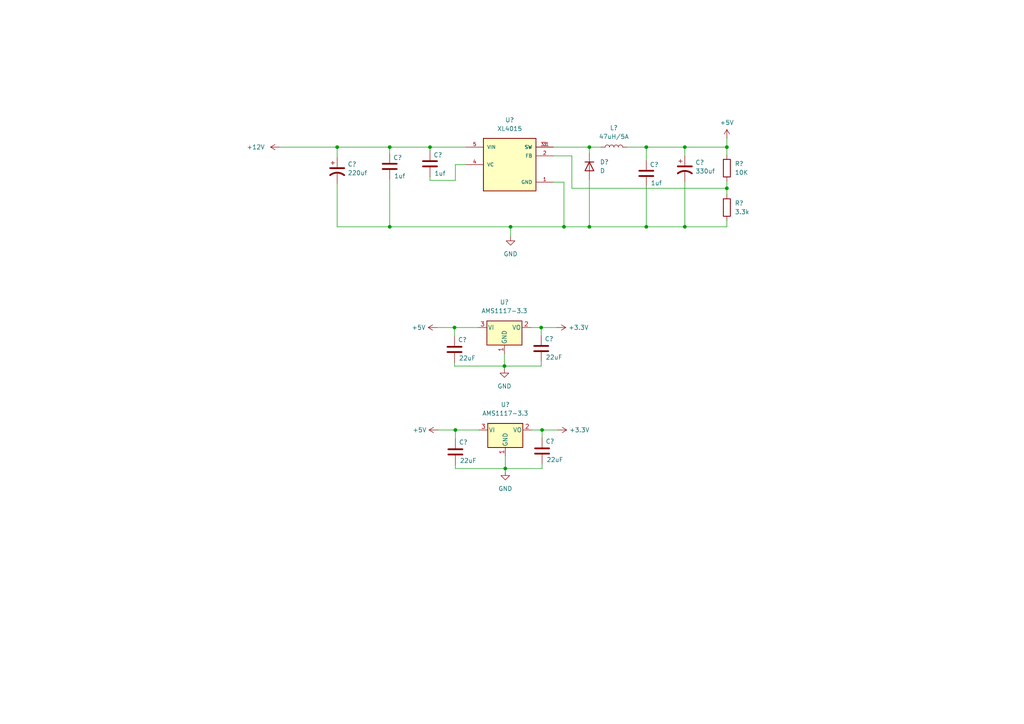
<source format=kicad_sch>
(kicad_sch (version 20231120) (generator "eeschema") (generator_version "8.0")
  (paper "A4")
  (lib_symbols
    (symbol "Device:C" (pin_numbers hide) (pin_names (offset 0.254))
      (property "Reference" "C" (at 0.635 2.54 0))
      (property "Value" "C" (at 0.635 -2.54 0))
      (symbol "C_0_1"
        (polyline (pts (xy -2.032 -0.762) (xy 2.032 -0.762)) (stroke (width 0.508)))
        (polyline (pts (xy -2.032 0.762) (xy 2.032 0.762)) (stroke (width 0.508)))
      )
      (symbol "C_1_1"
        (pin passive line (at 0 3.81 270) (length 2.794) (name "~") (number "1"))
        (pin passive line (at 0 -3.81 90) (length 2.794) (name "~") (number "2"))
      )
    )
    (symbol "Device:C_Polarized_US" (pin_numbers hide) (pin_names (offset 0.254) hide)
      (property "Reference" "C" (at 0.635 2.54 0))
      (property "Value" "C_Polarized_US" (at 0.635 -2.54 0))
      (symbol "C_Polarized_US_0_1"
        (polyline (pts (xy -2.032 0.762) (xy 2.032 0.762)) (stroke (width 0.508)))
        (polyline (pts (xy -1.778 2.286) (xy -0.762 2.286)))
        (polyline (pts (xy -1.27 1.778) (xy -1.27 2.794)))
        (arc (start 2.032 -1.27) (mid 0 -0.5572) (end -2.032 -1.27) (stroke (width 0.508)))
      )
      (symbol "C_Polarized_US_1_1"
        (pin passive line (at 0 3.81 270) (length 2.794) (name "~") (number "1"))
        (pin passive line (at 0 -3.81 90) (length 3.302) (name "~") (number "2"))
      )
    )
    (symbol "Device:D" (pin_numbers hide) (pin_names (offset 1.016) hide)
      (property "Reference" "D" (at 0 2.54 0))
      (property "Value" "D" (at 0 -2.54 0))
      (symbol "D_0_1"
        (polyline (pts (xy -1.27 1.27) (xy -1.27 -1.27)) (stroke (width 0.254)))
        (polyline (pts (xy 1.27 0) (xy -1.27 0)))
        (polyline (pts (xy 1.27 1.27) (xy 1.27 -1.27) (xy -1.27 0) (xy 1.27 1.27)) (stroke (width 0.254)))
      )
      (symbol "D_1_1"
        (pin passive line (at -3.81 0 0) (length 2.54) (name "K") (number "1"))
        (pin passive line (at 3.81 0 180) (length 2.54) (name "A") (number "2"))
      )
    )
    (symbol "Device:L" (pin_numbers hide) (pin_names (offset 1.016) hide)
      (property "Reference" "L" (at -1.27 0 90))
      (property "Value" "L" (at 1.905 0 90))
      (symbol "L_0_1"
        (arc (start 0 -2.54) (mid 0.6323 -1.905) (end 0 -1.27))
        (arc (start 0 -1.27) (mid 0.6323 -0.635) (end 0 0))
        (arc (start 0 0) (mid 0.6323 0.635) (end 0 1.27))
        (arc (start 0 1.27) (mid 0.6323 1.905) (end 0 2.54))
      )
      (symbol "L_1_1"
        (pin passive line (at 0 3.81 270) (length 1.27) (name "1") (number "1"))
        (pin passive line (at 0 -3.81 90) (length 1.27) (name "2") (number "2"))
      )
    )
    (symbol "Device:R" (pin_numbers hide) (pin_names (offset 0))
      (property "Reference" "R" (at 2.032 0 90))
      (property "Value" "R" (at 0 0 90))
      (symbol "R_0_1"
        (rectangle (start -1.016 -2.54) (end 1.016 2.54) (stroke (width 0.254)))
      )
      (symbol "R_1_1"
        (pin passive line (at 0 3.81 270) (length 1.27) (name "~") (number "1"))
        (pin passive line (at 0 -3.81 90) (length 1.27) (name "~") (number "2"))
      )
    )
    (symbol "Regulator_Linear:AMS1117-3.3" (pin_names (offset 0.254))
      (property "Reference" "U" (at -3.81 3.175 0))
      (property "Value" "AMS1117-3.3" (at 0 3.175 0))
      (symbol "AMS1117-3.3_0_1"
        (rectangle (start -5.08 -5.08) (end 5.08 1.905) (stroke (width 0.254)) (fill (type background)))
      )
      (symbol "AMS1117-3.3_1_1"
        (pin power_in line (at 0 -7.62 90) (length 2.54) (name "GND") (number "1"))
        (pin power_out line (at 7.62 0 180) (length 2.54) (name "VO") (number "2"))
        (pin power_in line (at -7.62 0 0) (length 2.54) (name "VI") (number "3"))
      )
    )
    (symbol "XL4015:XL4015" (pin_names (offset 1.016))
      (property "Reference" "U" (at -7.62 8.89 0))
      (property "Value" "XL4015" (at -7.62 -9.906 0))
      (symbol "XL4015_0_0"
        (rectangle (start -7.62 -7.62) (end 7.62 7.62) (stroke (width 0.254)) (fill (type background)))
        (pin power_in line (at 12.7 -5.08 180) (length 5.08) (name "GND") (number "1"))
        (pin input line (at 12.7 2.54 180) (length 5.08) (name "FB") (number "2"))
        (pin output line (at 12.7 5.08 180) (length 5.08) (name "SW") (number "3"))
        (pin output line (at 12.7 5.08 180) (length 5.08) (name "SW") (number "3.1"))
        (pin passive line (at -12.7 0 0) (length 5.08) (name "VC") (number "4"))
        (pin input line (at -12.7 5.08 0) (length 5.08) (name "VIN") (number "5"))
      )
    )
    (symbol "power:+12V" (power) (pin_names (offset 0))
      (property "Value" "+12V" (at 0 3.556 0))
      (symbol "+12V_0_1"
        (polyline (pts (xy -0.762 1.27) (xy 0 2.54)))
        (polyline (pts (xy 0 0) (xy 0 2.54)))
        (polyline (pts (xy 0 2.54) (xy 0.762 1.27)))
      )
      (symbol "+12V_1_1"
        (pin power_in line (at 0 0 90) (length 0) hide (name "+12V") (number "1"))
      )
    )
    (symbol "power:+3.3V" (power) (pin_names (offset 0))
      (property "Value" "+3.3V" (at 0 3.556 0))
      (symbol "+3.3V_0_1"
        (polyline (pts (xy -0.762 1.27) (xy 0 2.54)))
        (polyline (pts (xy 0 0) (xy 0 2.54)))
        (polyline (pts (xy 0 2.54) (xy 0.762 1.27)))
      )
      (symbol "+3.3V_1_1"
        (pin power_in line (at 0 0 90) (length 0) hide (name "+3.3V") (number "1"))
      )
    )
    (symbol "power:+5V" (power) (pin_names (offset 0))
      (property "Value" "+5V" (at 0 3.556 0))
      (symbol "+5V_0_1"
        (polyline (pts (xy -0.762 1.27) (xy 0 2.54)))
        (polyline (pts (xy 0 0) (xy 0 2.54)))
        (polyline (pts (xy 0 2.54) (xy 0.762 1.27)))
      )
      (symbol "+5V_1_1"
        (pin power_in line (at 0 0 90) (length 0) hide (name "+5V") (number "1"))
      )
    )
    (symbol "power:GND" (power) (pin_names (offset 0))
      (property "Value" "GND" (at 0 -3.81 0))
      (symbol "GND_0_1"
        (polyline (pts (xy 0 0) (xy 0 -1.27) (xy 1.27 -1.27) (xy 0 -2.54) (xy -1.27 -1.27) (xy 0 -1.27)))
      )
      (symbol "GND_1_1"
        (pin power_in line (at 0 0 270) (length 0) hide (name "GND") (number "1"))
      )
    )
  )
  (junction (at 210.82 54.61))
  (junction (at 170.942 42.672))
  (junction (at 113.03 42.672))
  (junction (at 157.226 124.714))
  (junction (at 156.972 94.996))
  (junction (at 131.826 94.996))
  (junction (at 198.628 42.672))
  (junction (at 124.714 42.672))
  (junction (at 198.628 65.786))
  (junction (at 132.08 124.714))
  (junction (at 113.03 65.786))
  (junction (at 97.79 42.672))
  (junction (at 170.942 65.786))
  (junction (at 163.576 65.786))
  (junction (at 146.304 106.172))
  (junction (at 187.452 42.672))
  (junction (at 146.558 135.89))
  (junction (at 210.82 42.672))
  (junction (at 148.082 65.786))
  (junction (at 187.452 65.786))
  (wire (pts (xy 163.576 65.786) (xy 148.082 65.786)))
  (wire (pts (xy 97.79 45.72) (xy 97.79 42.672)))
  (wire (pts (xy 156.972 94.996) (xy 161.544 94.996)))
  (wire (pts (xy 132.08 52.324) (xy 124.714 52.324)))
  (wire (pts (xy 146.558 135.89) (xy 146.558 136.652)))
  (wire (pts (xy 81.026 42.672) (xy 97.79 42.672)))
  (wire (pts (xy 97.79 42.672) (xy 113.03 42.672)))
  (wire (pts (xy 148.082 65.786) (xy 148.082 68.58)))
  (wire (pts (xy 187.452 65.786) (xy 170.942 65.786)))
  (wire (pts (xy 170.942 65.786) (xy 163.576 65.786)))
  (wire (pts (xy 181.864 42.672) (xy 187.452 42.672)))
  (wire (pts (xy 132.08 135.89) (xy 146.558 135.89)))
  (wire (pts (xy 153.924 94.996) (xy 156.972 94.996)))
  (wire (pts (xy 210.82 40.132) (xy 210.82 42.672)))
  (wire (pts (xy 132.08 124.714) (xy 132.08 127.254)))
  (wire (pts (xy 210.82 54.61) (xy 210.82 56.388)))
  (wire (pts (xy 160.528 42.672) (xy 170.942 42.672)))
  (wire (pts (xy 170.942 42.672) (xy 170.942 44.45)))
  (wire (pts (xy 124.714 52.324) (xy 124.714 51.308)))
  (wire (pts (xy 198.628 52.832) (xy 198.628 65.786)))
  (wire (pts (xy 165.862 54.61) (xy 210.82 54.61)))
  (wire (pts (xy 156.972 94.996) (xy 156.972 97.282)))
  (wire (pts (xy 157.226 134.62) (xy 157.226 135.89)))
  (wire (pts (xy 163.576 52.832) (xy 163.576 65.786)))
  (wire (pts (xy 135.128 47.752) (xy 132.08 47.752)))
  (wire (pts (xy 210.82 44.958) (xy 210.82 42.672)))
  (wire (pts (xy 131.826 105.156) (xy 131.826 106.172)))
  (wire (pts (xy 131.826 94.996) (xy 131.826 97.536)))
  (wire (pts (xy 157.226 124.714) (xy 157.226 127)))
  (wire (pts (xy 160.528 52.832) (xy 163.576 52.832)))
  (wire (pts (xy 156.972 106.172) (xy 146.304 106.172)))
  (wire (pts (xy 154.178 124.714) (xy 157.226 124.714)))
  (wire (pts (xy 210.82 52.578) (xy 210.82 54.61)))
  (wire (pts (xy 113.03 52.07) (xy 113.03 65.786)))
  (wire (pts (xy 210.82 65.786) (xy 198.628 65.786)))
  (wire (pts (xy 131.826 94.996) (xy 138.684 94.996)))
  (wire (pts (xy 132.08 124.714) (xy 138.938 124.714)))
  (wire (pts (xy 157.226 135.89) (xy 146.558 135.89)))
  (wire (pts (xy 127 124.714) (xy 132.08 124.714)))
  (wire (pts (xy 165.862 45.212) (xy 165.862 54.61)))
  (wire (pts (xy 131.826 106.172) (xy 146.304 106.172)))
  (wire (pts (xy 124.714 42.672) (xy 124.714 43.688)))
  (wire (pts (xy 132.08 134.874) (xy 132.08 135.89)))
  (wire (pts (xy 146.558 132.334) (xy 146.558 135.89)))
  (wire (pts (xy 126.746 94.996) (xy 131.826 94.996)))
  (wire (pts (xy 210.82 42.672) (xy 198.628 42.672)))
  (wire (pts (xy 187.452 42.672) (xy 198.628 42.672)))
  (wire (pts (xy 156.972 104.902) (xy 156.972 106.172)))
  (wire (pts (xy 113.03 44.45) (xy 113.03 42.672)))
  (wire (pts (xy 170.942 52.07) (xy 170.942 65.786)))
  (wire (pts (xy 97.79 53.34) (xy 97.79 65.786)))
  (wire (pts (xy 113.03 65.786) (xy 148.082 65.786)))
  (wire (pts (xy 157.226 124.714) (xy 161.798 124.714)))
  (wire (pts (xy 160.528 45.212) (xy 165.862 45.212)))
  (wire (pts (xy 187.452 42.672) (xy 187.452 46.482)))
  (wire (pts (xy 198.628 65.786) (xy 187.452 65.786)))
  (wire (pts (xy 135.128 42.672) (xy 124.714 42.672)))
  (wire (pts (xy 132.08 47.752) (xy 132.08 52.324)))
  (wire (pts (xy 170.942 42.672) (xy 174.244 42.672)))
  (wire (pts (xy 146.304 102.616) (xy 146.304 106.172)))
  (wire (pts (xy 187.452 54.102) (xy 187.452 65.786)))
  (wire (pts (xy 198.628 45.212) (xy 198.628 42.672)))
  (wire (pts (xy 97.79 65.786) (xy 113.03 65.786)))
  (wire (pts (xy 113.03 42.672) (xy 124.714 42.672)))
  (wire (pts (xy 146.304 106.172) (xy 146.304 106.934)))
  (wire (pts (xy 210.82 64.008) (xy 210.82 65.786)))
  (symbol (lib_id "Device:C") (at 156.972 101.092 0) (unit 1)
    (property "Reference" "C?" (at 157.988 98.298 0) (effects (justify left)))
    (property "Value" "22uF" (at 158.242 103.632 0) (effects (justify left)))
    (property "Footprint" "Capacitor_SMD:C_1206_3216Metric" (effects (hide yes)))
    (instances (project "PCB_V2_vending machine_improvement" (path "" (reference "C?") (unit 1))) (project "Smart CB STM32 PCB" (path "" (reference "C58") (unit 1))))
  )
  (symbol (lib_id "Device:C") (at 187.452 50.292 0) (unit 1)
    (property "Reference" "C?" (at 188.468 47.752 0) (effects (justify left)))
    (property "Value" "1uf" (at 188.722 53.086 0) (effects (justify left)))
    (property "Footprint" "Capacitor_SMD:C_0603_1608Metric" (effects (hide yes)))
    (instances (project "PCB_V2_vending machine_improvement" (path "" (reference "C?") (unit 1))) (project "Smart CB STM32 PCB" (path "" (reference "C60") (unit 1))))
  )
  (symbol (lib_id "power:+3.3V") (at 161.798 124.714 270) (unit 1)
    (property "Reference" "#PWR?" (effects (hide yes)))
    (property "Value" "+3.3V" (at 165.1 124.7139 90) (effects (justify left)))
    (instances (project "PCB_V2_vending machine_improvement" (path "" (reference "#PWR?") (unit 1))) (project "Smart CB STM32 PCB" (path "" (reference "#PWR0119") (unit 1))))
  )
  (symbol (lib_id "Regulator_Linear:AMS1117-3.3") (at 146.304 94.996 0) (unit 1)
    (property "Reference" "U?" (at 146.304 87.63 0))
    (property "Value" "AMS1117-3.3" (at 146.304 90.17 0))
    (property "Footprint" "Package_TO_SOT_SMD:SOT-223-3_TabPin2" (effects (hide yes)))
    (property "Datasheet" "http://www.advanced-monolithic.com/pdf/ds1117.pdf" (effects (hide yes)))
    (instances (project "PCB_V2_vending machine_improvement" (path "" (reference "U?") (unit 1))) (project "Smart CB STM32 PCB" (path "" (reference "U33") (unit 1))))
  )
  (symbol (lib_id "Device:C") (at 157.226 130.81 0) (unit 1)
    (property "Reference" "C?" (at 158.242 128.016 0) (effects (justify left)))
    (property "Value" "22uF" (at 158.496 133.35 0) (effects (justify left)))
    (property "Footprint" "Capacitor_SMD:C_1206_3216Metric" (effects (hide yes)))
    (instances (project "PCB_V2_vending machine_improvement" (path "" (reference "C?") (unit 1))) (project "Smart CB STM32 PCB" (path "" (reference "C59") (unit 1))))
  )
  (symbol (lib_id "power:+5V") (at 127 124.714 90) (unit 1)
    (property "Reference" "#PWR?" (effects (hide yes)))
    (property "Value" "+5V" (at 119.634 124.714 90) (effects (justify right)))
    (instances (project "PCB_V2_vending machine_improvement" (path "" (reference "#PWR?") (unit 1))) (project "Smart CB STM32 PCB" (path "" (reference "#PWR0114") (unit 1))))
  )
  (symbol (lib_id "Device:L") (at 178.054 42.672 90) (unit 1)
    (property "Reference" "L?" (at 178.054 37.084 90))
    (property "Value" "47uH/5A" (at 178.054 39.624 90))
    (property "Footprint" "kicad libraries:INDPM138126X650N" (effects (hide yes)))
    (instances (project "PCB_V2_vending machine_improvement" (path "" (reference "L?") (unit 1))) (project "Smart CB STM32 PCB" (path "" (reference "L1") (unit 1))))
  )
  (symbol (lib_id "Device:C_Polarized_US") (at 97.79 49.53 0) (unit 1)
    (property "Reference" "C?" (at 100.838 47.6249 0) (effects (justify left)))
    (property "Value" "220uf" (at 100.838 50.1649 0) (effects (justify left)))
    (property "Footprint" "Capacitor_SMD:CP_Elec_10x10.5" (effects (hide yes)))
    (instances (project "PCB_V2_vending machine_improvement" (path "" (reference "C?") (unit 1))) (project "Smart CB STM32 PCB" (path "" (reference "C53") (unit 1))))
  )
  (symbol (lib_id "Device:R") (at 210.82 60.198 0) (unit 1)
    (property "Reference" "R?" (at 213.106 58.9279 0) (effects (justify left)))
    (property "Value" "3.3k" (at 213.106 61.4679 0) (effects (justify left)))
    (property "Footprint" "Resistor_SMD:R_0603_1608Metric" (effects (hide yes)))
    (instances (project "PCB_V2_vending machine_improvement" (path "" (reference "R?") (unit 1))) (project "Smart CB STM32 PCB" (path "" (reference "R120") (unit 1))))
  )
  (symbol (lib_id "power:+3.3V") (at 161.544 94.996 270) (unit 1)
    (property "Reference" "#PWR?" (effects (hide yes)))
    (property "Value" "+3.3V" (at 164.846 94.9959 90) (effects (justify left)))
    (instances (project "PCB_V2_vending machine_improvement" (path "" (reference "#PWR?") (unit 1))) (project "Smart CB STM32 PCB" (path "" (reference "#PWR0118") (unit 1))))
  )
  (symbol (lib_id "power:+5V") (at 126.746 94.996 90) (unit 1)
    (property "Reference" "#PWR?" (effects (hide yes)))
    (property "Value" "+5V" (at 119.38 94.996 90) (effects (justify right)))
    (instances (project "PCB_V2_vending machine_improvement" (path "" (reference "#PWR?") (unit 1))) (project "Smart CB STM32 PCB" (path "" (reference "#PWR0113") (unit 1))))
  )
  (symbol (lib_id "power:GND") (at 146.304 106.934 0) (unit 1)
    (property "Reference" "#PWR?" (effects (hide yes)))
    (property "Value" "GND" (at 146.304 112.014 0))
    (instances (project "PCB_V2_vending machine_improvement" (path "" (reference "#PWR?") (unit 1))) (project "Smart CB STM32 PCB" (path "" (reference "#PWR0115") (unit 1))))
  )
  (symbol (lib_id "Device:C") (at 132.08 131.064 0) (unit 1)
    (property "Reference" "C?" (at 133.096 128.27 0) (effects (justify left)))
    (property "Value" "22uF" (at 133.35 133.604 0) (effects (justify left)))
    (property "Footprint" "Capacitor_SMD:C_1206_3216Metric" (effects (hide yes)))
    (instances (project "PCB_V2_vending machine_improvement" (path "" (reference "C?") (unit 1))) (project "Smart CB STM32 PCB" (path "" (reference "C57") (unit 1))))
  )
  (symbol (lib_id "power:GND") (at 148.082 68.58 0) (unit 1)
    (property "Reference" "#PWR?" (effects (hide yes)))
    (property "Value" "GND" (at 148.082 73.66 0))
    (instances (project "PCB_V2_vending machine_improvement" (path "" (reference "#PWR?") (unit 1))) (project "Smart CB STM32 PCB" (path "" (reference "#PWR0117") (unit 1))))
  )
  (symbol (lib_id "power:+5V") (at 210.82 40.132 0) (unit 1)
    (property "Reference" "#PWR?" (effects (hide yes)))
    (property "Value" "+5V" (at 210.82 35.56 0))
    (instances (project "PCB_V2_vending machine_improvement" (path "" (reference "#PWR?") (unit 1))) (project "Smart CB STM32 PCB" (path "" (reference "#PWR0120") (unit 1))))
  )
  (symbol (lib_id "Device:C") (at 113.03 48.26 0) (unit 1)
    (property "Reference" "C?" (at 114.046 45.72 0) (effects (justify left)))
    (property "Value" "1uf" (at 114.3 51.054 0) (effects (justify left)))
    (property "Footprint" "Capacitor_SMD:C_0603_1608Metric" (effects (hide yes)))
    (instances (project "PCB_V2_vending machine_improvement" (path "" (reference "C?") (unit 1))) (project "Smart CB STM32 PCB" (path "" (reference "C54") (unit 1))))
  )
  (symbol (lib_id "power:+12V") (at 81.026 42.672 90) (unit 1)
    (property "Reference" "#PWR0112" (effects (hide yes)))
    (property "Value" "+12V" (at 76.835 42.672 90) (effects (justify left)))
  )
  (symbol (lib_id "power:GND") (at 146.558 136.652 0) (unit 1)
    (property "Reference" "#PWR?" (effects (hide yes)))
    (property "Value" "GND" (at 146.558 141.732 0))
    (instances (project "PCB_V2_vending machine_improvement" (path "" (reference "#PWR?") (unit 1))) (project "Smart CB STM32 PCB" (path "" (reference "#PWR0116") (unit 1))))
  )
  (symbol (lib_id "Device:D") (at 170.942 48.26 270) (unit 1)
    (property "Reference" "D?" (at 173.99 46.9899 90) (effects (justify left)))
    (property "Value" "D" (at 173.99 49.5299 90) (effects (justify left)))
    (property "Footprint" "Diode_SMD:D_2010_5025Metric" (effects (hide yes)))
    (instances (project "PCB_V2_vending machine_improvement" (path "" (reference "D?") (unit 1))) (project "Smart CB STM32 PCB" (path "" (reference "D41") (unit 1))))
  )
  (symbol (lib_id "Device:C") (at 131.826 101.346 0) (unit 1)
    (property "Reference" "C?" (at 132.842 98.552 0) (effects (justify left)))
    (property "Value" "22uF" (at 133.096 103.886 0) (effects (justify left)))
    (property "Footprint" "Capacitor_SMD:C_1206_3216Metric" (effects (hide yes)))
    (instances (project "PCB_V2_vending machine_improvement" (path "" (reference "C?") (unit 1))) (project "Smart CB STM32 PCB" (path "" (reference "C56") (unit 1))))
  )
  (symbol (lib_id "Device:C_Polarized_US") (at 198.628 49.022 0) (unit 1)
    (property "Reference" "C?" (at 201.676 47.1169 0) (effects (justify left)))
    (property "Value" "330uf" (at 201.676 49.6569 0) (effects (justify left)))
    (property "Footprint" "Capacitor_SMD:CP_Elec_10x10.5" (effects (hide yes)))
    (instances (project "PCB_V2_vending machine_improvement" (path "" (reference "C?") (unit 1))) (project "Smart CB STM32 PCB" (path "" (reference "C61") (unit 1))))
  )
  (symbol (lib_id "Device:C") (at 124.714 47.498 0) (unit 1)
    (property "Reference" "C?" (at 125.73 44.958 0) (effects (justify left)))
    (property "Value" "1uf" (at 125.984 50.292 0) (effects (justify left)))
    (property "Footprint" "Capacitor_SMD:C_0603_1608Metric" (effects (hide yes)))
    (instances (project "PCB_V2_vending machine_improvement" (path "" (reference "C?") (unit 1))) (project "Smart CB STM32 PCB" (path "" (reference "C55") (unit 1))))
  )
  (symbol (lib_id "Device:R") (at 210.82 48.768 0) (unit 1)
    (property "Reference" "R?" (at 213.106 47.4979 0) (effects (justify left)))
    (property "Value" "10K" (at 213.106 50.0379 0) (effects (justify left)))
    (property "Footprint" "Resistor_SMD:R_0603_1608Metric" (effects (hide yes)))
    (instances (project "PCB_V2_vending machine_improvement" (path "" (reference "R?") (unit 1))) (project "Smart CB STM32 PCB" (path "" (reference "R119") (unit 1))))
  )
  (symbol (lib_id "XL4015:XL4015") (at 147.828 47.752 0) (unit 1)
    (property "Reference" "U?" (at 147.828 34.798 0))
    (property "Value" "XL4015" (at 147.828 37.338 0))
    (property "Footprint" "kicad libraries:CONV_XL4015" (effects (hide yes)))
    (property "PARTREV" "1.5" (effects (hide yes)))
    (property "MAXIMUM_PACKAGE_HEIGHT" "4.77mm" (effects (hide yes)))
    (property "STANDARD" "Manufacturer Recommendations" (effects (hide yes)))
    (property "MANUFACTURER" "XLSEMI" (effects (hide yes)))
    (instances (project "PCB_V2_vending machine_improvement" (path "" (reference "U?") (unit 1))) (project "Smart CB STM32 PCB" (path "" (reference "U35") (unit 1))))
  )
  (symbol (lib_id "Regulator_Linear:AMS1117-3.3") (at 146.558 124.714 0) (unit 1)
    (property "Reference" "U?" (at 146.558 117.348 0))
    (property "Value" "AMS1117-3.3" (at 146.558 119.888 0))
    (property "Footprint" "Package_TO_SOT_SMD:SOT-223-3_TabPin2" (effects (hide yes)))
    (property "Datasheet" "http://www.advanced-monolithic.com/pdf/ds1117.pdf" (effects (hide yes)))
    (instances (project "PCB_V2_vending machine_improvement" (path "" (reference "U?") (unit 1))) (project "Smart CB STM32 PCB" (path "" (reference "U34") (unit 1))))
  )
)
</source>
